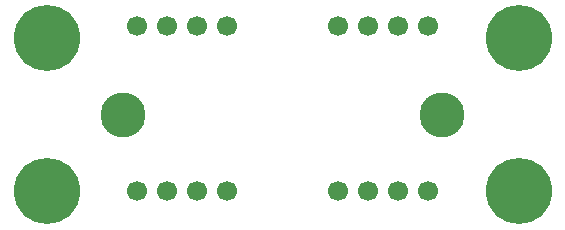
<source format=gbs>
G04 #@! TF.GenerationSoftware,KiCad,Pcbnew,(5.1.12)-1*
G04 #@! TF.CreationDate,2022-09-24T14:43:29-05:00*
G04 #@! TF.ProjectId,Power_Board_001,506f7765-725f-4426-9f61-72645f303031,rev?*
G04 #@! TF.SameCoordinates,Original*
G04 #@! TF.FileFunction,Soldermask,Bot*
G04 #@! TF.FilePolarity,Negative*
%FSLAX46Y46*%
G04 Gerber Fmt 4.6, Leading zero omitted, Abs format (unit mm)*
G04 Created by KiCad (PCBNEW (5.1.12)-1) date 2022-09-24 14:43:29*
%MOMM*%
%LPD*%
G01*
G04 APERTURE LIST*
%ADD10C,1.700000*%
%ADD11C,3.800000*%
%ADD12C,5.600000*%
G04 APERTURE END LIST*
D10*
X152810000Y-88000000D03*
X150270000Y-88000000D03*
X145190000Y-88000000D03*
X147730000Y-88000000D03*
X152810000Y-74000000D03*
X150270000Y-74000000D03*
X145190000Y-74000000D03*
X147730000Y-74000000D03*
X135810000Y-88000000D03*
X133270000Y-88000000D03*
X128190000Y-88000000D03*
X130730000Y-88000000D03*
X135810000Y-74000000D03*
X133270000Y-74000000D03*
X128190000Y-74000000D03*
X130730000Y-74000000D03*
D11*
X127000000Y-81500000D03*
X154000000Y-81500000D03*
D12*
X120500000Y-88000000D03*
X120500000Y-75000000D03*
X160500000Y-88000000D03*
X160500000Y-75000000D03*
M02*

</source>
